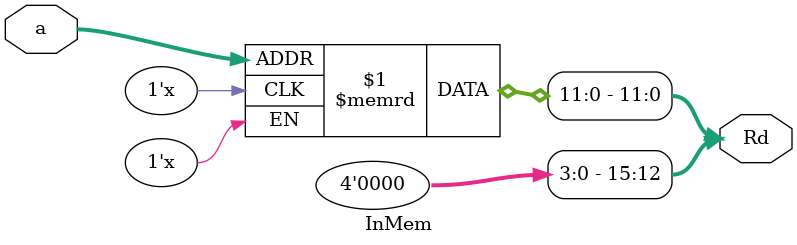
<source format=v>

module InMem (input [11:0]a, output [15:0]Rd);
reg [11:0]mem_ins[15:0];
assign Rd=mem_ins[a];
endmodule

</source>
